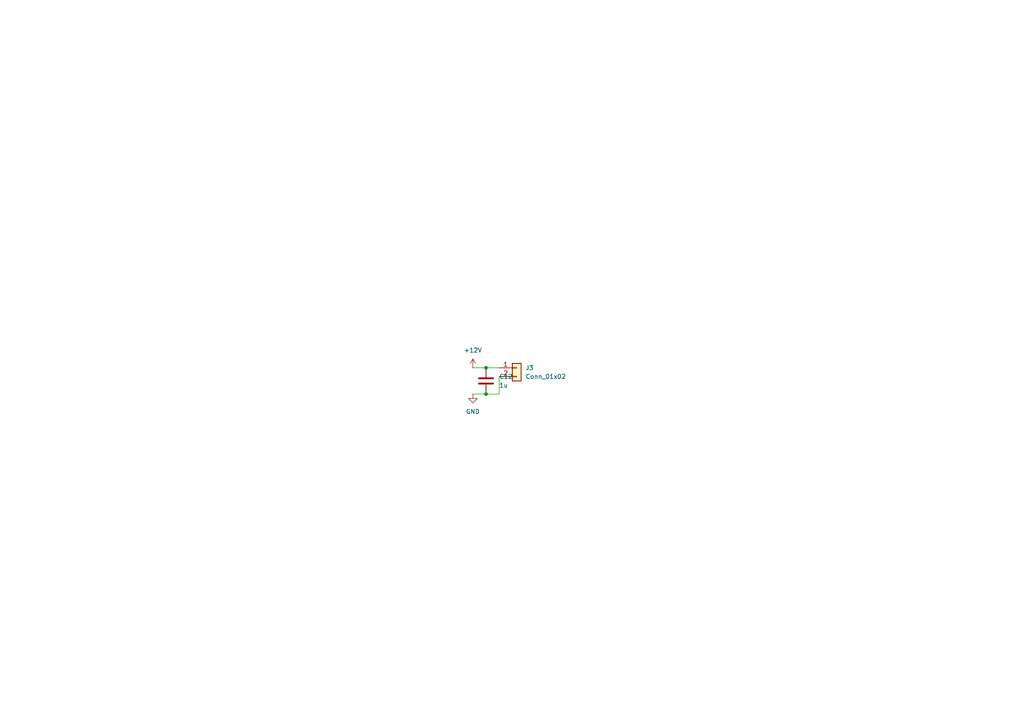
<source format=kicad_sch>
(kicad_sch (version 20250114) (generator "eeschema") (generator_version "9.0")
  (paper "A4")
  (lib_symbols
    (symbol "Connector_Generic:Conn_01x02" (pin_names (offset 1.016) (hide yes))
      (property "Reference" "J" (at 0 2.54 0))
      (property "Value" "Conn_01x02" (at 0 -5.08 0))
      (symbol "Conn_01x02_1_1"
        (rectangle (start -1.27 1.27) (end 1.27 -3.81) (stroke (width 0.254)) (fill (type background)))
        (rectangle (start -1.27 0.127) (end 0 -0.127) (stroke (width 0.1524)))
        (rectangle (start -1.27 -2.413) (end 0 -2.667) (stroke (width 0.1524)))
        (pin passive line (at -5.08 0 0) (length 3.81) (name "Pin_1") (number "1"))
        (pin passive line (at -5.08 -2.54 0) (length 3.81) (name "Pin_2") (number "2"))
      )
    )
    (symbol "Device:C" (pin_numbers (hide yes)) (pin_names (offset 0.254))
      (property "Reference" "C" (at 0.635 2.54 0))
      (property "Value" "C" (at 0.635 -2.54 0))
      (symbol "C_0_1"
        (polyline (pts (xy -2.032 0.762) (xy 2.032 0.762)) (stroke (width 0.508)))
        (polyline (pts (xy -2.032 -0.762) (xy 2.032 -0.762)) (stroke (width 0.508)))
      )
      (symbol "C_1_1"
        (pin passive line (at 0 3.81 270) (length 2.794) (name "~") (number "1"))
        (pin passive line (at 0 -3.81 90) (length 2.794) (name "~") (number "2"))
      )
    )
    (symbol "power:+12V" (power) (pin_numbers (hide yes)) (pin_names (offset 0) (hide yes))
      (property "Value" "+12V" (at 0 3.556 0))
      (symbol "+12V_0_1"
        (polyline (pts (xy -0.762 1.27) (xy 0 2.54)))
        (polyline (pts (xy 0 2.54) (xy 0.762 1.27)))
        (polyline (pts (xy 0 0) (xy 0 2.54)))
      )
      (symbol "+12V_1_1"
        (pin power_in line (at 0 0 90) (length 0) (name "~") (number "1"))
      )
    )
    (symbol "power:GND" (power) (pin_numbers (hide yes)) (pin_names (offset 0) (hide yes))
      (property "Value" "GND" (at 0 -3.81 0))
      (symbol "GND_0_1"
        (polyline (pts (xy 0 0) (xy 0 -1.27) (xy 1.27 -1.27) (xy 0 -2.54) (xy -1.27 -1.27) (xy 0 -1.27)))
      )
      (symbol "GND_1_1"
        (pin power_in line (at 0 0 270) (length 0) (name "~") (number "1"))
      )
    )
  )
  (junction (at 140.97 114.3))
  (junction (at 140.97 106.68))
  (wire (pts (xy 140.97 106.68) (xy 144.78 106.68)))
  (wire (pts (xy 144.78 114.3) (xy 144.78 109.22)))
  (wire (pts (xy 140.97 114.3) (xy 144.78 114.3)))
  (wire (pts (xy 137.16 114.3) (xy 140.97 114.3)))
  (wire (pts (xy 137.16 106.68) (xy 140.97 106.68)))
  (symbol (lib_id "Connector_Generic:Conn_01x02") (at 149.86 106.68 0) (unit 1)
    (property "Reference" "J3" (at 152.4 106.6799 0) (effects (justify left)))
    (property "Value" "Conn_01x02" (at 152.4 109.2199 0) (effects (justify left)))
    (property "Footprint" "Connector_JST:JST_EH_B2B-EH-A_1x02_P2.50mm_Vertical" (effects (hide yes)))
    (property "Description" "Generic connector, single row, 01x02, script generated (kicad-library-utils/schlib/autogen/connector/)" (effects (hide yes)))
    (instances (project "PCB_Aquarium2" (path "" (reference "J3") (unit 1)) (path "" (reference "J32") (unit 1)) (path "" (reference "J5") (unit 1)) (path "" (reference "J4") (unit 1))))
  )
  (symbol (lib_id "power:GND") (at 137.16 114.3 0) (unit 1)
    (property "Reference" "#PWR011" (effects (hide yes)))
    (property "Value" "GND" (at 137.16 119.38 0))
    (property "Description" "Power symbol creates a global label with name \"GND\" , ground" (effects (hide yes)))
    (instances (project "PCB_Aquarium2" (path "" (reference "#PWR011") (unit 1)) (path "" (reference "#PWR079") (unit 1)) (path "" (reference "#PWR015") (unit 1)) (path "" (reference "#PWR013") (unit 1))))
  )
  (symbol (lib_id "Device:C") (at 140.97 110.49 180) (unit 1)
    (property "Reference" "C12" (at 144.78 109.2199 0) (effects (justify right)))
    (property "Value" "1u" (at 144.78 111.7599 0) (effects (justify right)))
    (property "Footprint" "Capacitor_SMD:C_0603_1608Metric" (effects (hide yes)))
    (property "Description" "Unpolarized capacitor" (effects (hide yes)))
    (instances (project "PCB_Aquarium2" (path "" (reference "C12") (unit 1)) (path "" (reference "C40") (unit 1)) (path "" (reference "C14") (unit 1)) (path "" (reference "C13") (unit 1))))
  )
  (symbol (lib_id "power:+12V") (at 137.16 106.68 0) (unit 1)
    (property "Reference" "#PWR010" (effects (hide yes)))
    (property "Value" "+12V" (at 137.16 101.6 0))
    (property "Description" "Power symbol creates a global label with name \"+12V\"" (effects (hide yes)))
    (instances (project "PCB_Aquarium2" (path "" (reference "#PWR010") (unit 1)) (path "" (reference "#PWR078") (unit 1)) (path "" (reference "#PWR014") (unit 1)) (path "" (reference "#PWR012") (unit 1))))
  )
)
</source>
